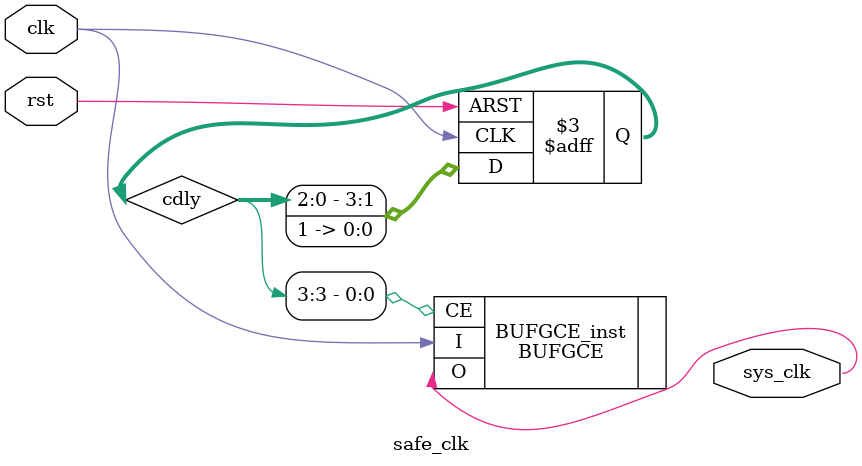
<source format=sv>
module safe_clk
#(
  parameter DELAY_NUM = 4
)
(
  (* CLOCK_BUFFER_TYPE = "NONE" *) 
  input logic clk,
  input logic rst,
  output logic sys_clk
);

  (* ASYNC_REG = "TRUE" *)
  logic [DELAY_NUM - 1 : 0] cdly = '0;

  always_ff @(posedge clk, posedge rst) begin
    if (rst) 
      cdly <= '0;
    else
      cdly <= {cdly[DELAY_NUM - 2 : 0], 1'b1};
  end

  BUFGCE 
  #(
    .CE_TYPE("SYNC"),          // ASYNC, HARDSYNC, SYNC
    .IS_CE_INVERTED(1'b0),     // Programmable inversion on CE
    .IS_I_INVERTED(1'b0),      // Programmable inversion on I
    .SIM_DEVICE("ULTRASCALE")  // ULTRASCALE
  )
  BUFGCE_inst 
  (
      .O(sys_clk),   
      .CE(cdly[DELAY_NUM - 1]),
      .I(clk)    
  );
endmodule




</source>
